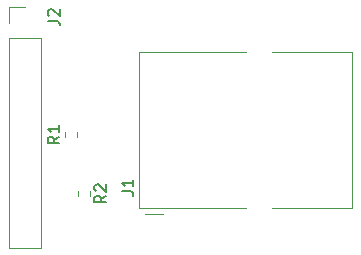
<source format=gbr>
%TF.GenerationSoftware,KiCad,Pcbnew,5.99.0-1.20210520gite8102d8.fc34*%
%TF.CreationDate,2021-05-24T16:10:21-07:00*%
%TF.ProjectId,ST_to_MEGA,53545f74-6f5f-44d4-9547-412e6b696361,rev?*%
%TF.SameCoordinates,Original*%
%TF.FileFunction,Legend,Top*%
%TF.FilePolarity,Positive*%
%FSLAX46Y46*%
G04 Gerber Fmt 4.6, Leading zero omitted, Abs format (unit mm)*
G04 Created by KiCad (PCBNEW 5.99.0-1.20210520gite8102d8.fc34) date 2021-05-24 16:10:21*
%MOMM*%
%LPD*%
G01*
G04 APERTURE LIST*
%ADD10C,0.150000*%
%ADD11C,0.120000*%
%ADD12C,0.100000*%
G04 APERTURE END LIST*
D10*
%TO.C,R2*%
X137682380Y-94276666D02*
X137206190Y-94610000D01*
X137682380Y-94848095D02*
X136682380Y-94848095D01*
X136682380Y-94467142D01*
X136730000Y-94371904D01*
X136777619Y-94324285D01*
X136872857Y-94276666D01*
X137015714Y-94276666D01*
X137110952Y-94324285D01*
X137158571Y-94371904D01*
X137206190Y-94467142D01*
X137206190Y-94848095D01*
X136777619Y-93895714D02*
X136730000Y-93848095D01*
X136682380Y-93752857D01*
X136682380Y-93514761D01*
X136730000Y-93419523D01*
X136777619Y-93371904D01*
X136872857Y-93324285D01*
X136968095Y-93324285D01*
X137110952Y-93371904D01*
X137682380Y-93943333D01*
X137682380Y-93324285D01*
%TO.C,R1*%
X133722380Y-89276666D02*
X133246190Y-89610000D01*
X133722380Y-89848095D02*
X132722380Y-89848095D01*
X132722380Y-89467142D01*
X132770000Y-89371904D01*
X132817619Y-89324285D01*
X132912857Y-89276666D01*
X133055714Y-89276666D01*
X133150952Y-89324285D01*
X133198571Y-89371904D01*
X133246190Y-89467142D01*
X133246190Y-89848095D01*
X133722380Y-88324285D02*
X133722380Y-88895714D01*
X133722380Y-88610000D02*
X132722380Y-88610000D01*
X132865238Y-88705238D01*
X132960476Y-88800476D01*
X133008095Y-88895714D01*
%TO.C,J2*%
X132747380Y-79483333D02*
X133461666Y-79483333D01*
X133604523Y-79530952D01*
X133699761Y-79626190D01*
X133747380Y-79769047D01*
X133747380Y-79864285D01*
X132842619Y-79054761D02*
X132795000Y-79007142D01*
X132747380Y-78911904D01*
X132747380Y-78673809D01*
X132795000Y-78578571D01*
X132842619Y-78530952D01*
X132937857Y-78483333D01*
X133033095Y-78483333D01*
X133175952Y-78530952D01*
X133747380Y-79102380D01*
X133747380Y-78483333D01*
%TO.C,J1*%
X138992380Y-93923333D02*
X139706666Y-93923333D01*
X139849523Y-93970952D01*
X139944761Y-94066190D01*
X139992380Y-94209047D01*
X139992380Y-94304285D01*
X139992380Y-92923333D02*
X139992380Y-93494761D01*
X139992380Y-93209047D02*
X138992380Y-93209047D01*
X139135238Y-93304285D01*
X139230476Y-93399523D01*
X139278095Y-93494761D01*
D11*
%TO.C,R2*%
X136322500Y-93872742D02*
X136322500Y-94347258D01*
X135277500Y-93872742D02*
X135277500Y-94347258D01*
%TO.C,R1*%
X134177500Y-89347258D02*
X134177500Y-88872742D01*
X135222500Y-89347258D02*
X135222500Y-88872742D01*
%TO.C,J2*%
X129480000Y-78295000D02*
X130810000Y-78295000D01*
X129480000Y-79625000D02*
X129480000Y-78295000D01*
X129480000Y-80895000D02*
X132140000Y-80895000D01*
X132140000Y-80895000D02*
X132140000Y-98735000D01*
X129480000Y-80895000D02*
X129480000Y-98735000D01*
X129480000Y-98735000D02*
X132140000Y-98735000D01*
%TO.C,J1*%
X140470000Y-95350000D02*
X140470000Y-82150000D01*
X140470000Y-82150000D02*
X149490000Y-82150000D01*
D12*
X158350000Y-82150000D02*
X158470000Y-82150000D01*
D11*
X158470000Y-82150000D02*
X151690000Y-82150000D01*
D12*
X158460000Y-82150000D02*
X158470000Y-82150000D01*
D11*
X158470000Y-82150000D02*
X158470000Y-95350000D01*
X158470000Y-95350000D02*
X151690000Y-95350000D01*
D12*
X149420000Y-95350000D02*
X149490000Y-95350000D01*
D11*
X149490000Y-95350000D02*
X140470000Y-95350000D01*
X142470000Y-95820000D02*
X140940000Y-95820000D01*
%TD*%
M02*

</source>
